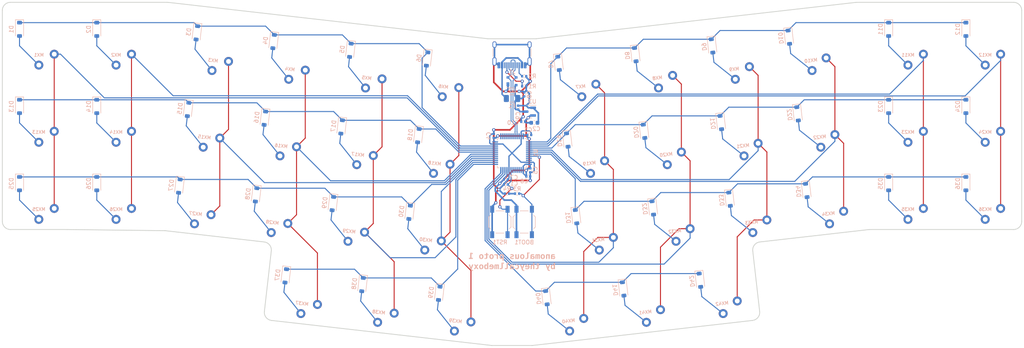
<source format=kicad_pcb>
(kicad_pcb (version 20240108) (generator "pcbnew") (generator_version "8.0")
  (layers (0 "F.Cu" signal) (31 "B.Cu" signal) (34 "B.Paste" user) (35 "F.Paste" user) (36 "B.SilkS" user "B.Silkscreen") (37 "F.SilkS" user "F.Silkscreen") (38 "B.Mask" user) (39 "F.Mask" user) (44 "Edge.Cuts" user))
  (net 0 "")
  (net 1 "+5V")
  (net 2 "GND")
  (net 3 "+3V3")
  (net 4 "NRST")
  (net 5 "VBUS")
  (net 6 "Net-(J1-CC1)")
  (net 8 "Net-(J1-CC2)")
  (net 10 "BOOT0")
  (net 11 "/C13")
  (net 12 "/C14")
  (net 13 "/C15")
  (net 14 "/F0")
  (net 15 "/F1")
  (net 16 "/B8")
  (net 17 "/B9")
  (net 18 "/A13")
  (net 19 "Net-(R3-Pad2)")
  (net 20 "D+")
  (net 21 "D-")
  (net 22 "Net-(D1-A)")
  (net 23 "row3")
  (net 24 "Net-(D2-A)")
  (net 25 "Net-(D3-A)")
  (net 26 "Net-(D4-A)")
  (net 27 "Net-(D5-A)")
  (net 28 "Net-(D6-A)")
  (net 29 "Net-(D7-A)")
  (net 30 "Net-(D8-A)")
  (net 31 "Net-(D9-A)")
  (net 32 "Net-(D10-A)")
  (net 33 "Net-(D11-A)")
  (net 34 "Net-(D12-A)")
  (net 35 "Net-(D13-A)")
  (net 36 "row2")
  (net 37 "Net-(D14-A)")
  (net 38 "Net-(D15-A)")
  (net 39 "Net-(D16-A)")
  (net 40 "Net-(D17-A)")
  (net 41 "Net-(D18-A)")
  (net 42 "Net-(D19-A)")
  (net 43 "Net-(D20-A)")
  (net 44 "Net-(D21-A)")
  (net 45 "Net-(D22-A)")
  (net 46 "Net-(D23-A)")
  (net 47 "Net-(D24-A)")
  (net 48 "row1")
  (net 49 "Net-(D25-A)")
  (net 50 "Net-(D26-A)")
  (net 51 "Net-(D27-A)")
  (net 52 "Net-(D28-A)")
  (net 53 "Net-(D29-A)")
  (net 54 "Net-(D30-A)")
  (net 55 "Net-(D31-A)")
  (net 56 "Net-(D32-A)")
  (net 57 "Net-(D33-A)")
  (net 58 "Net-(D34-A)")
  (net 59 "Net-(D35-A)")
  (net 60 "Net-(D36-A)")
  (net 61 "Net-(D37-A)")
  (net 62 "row0")
  (net 63 "Net-(D38-A)")
  (net 64 "Net-(D39-A)")
  (net 65 "Net-(D40-A)")
  (net 66 "Net-(D41-A)")
  (net 67 "Net-(D42-A)")
  (net 68 "col0")
  (net 69 "col1")
  (net 70 "col2")
  (net 71 "col3")
  (net 72 "col4")
  (net 73 "col5")
  (net 74 "col6")
  (net 75 "col7")
  (net 76 "col8")
  (net 77 "col9")
  (net 78 "col10")
  (net 79 "col11")
  (net 80 "row4")
  (net 81 "row5")
  (net 82 "row6")
  (net 83 "row7")
  (net 84 "/B12")
  (net 85 "/B13")
  (net 86 "/B14")
  (net 87 "/A9")
  (net 88 "/B15")
  (net 89 "/A8")
  (net 90 "/A10")
  (footprint "user:SW_Redragon_LowProfile_PCB_1.00u-naked" (layer "F.Cu") (at 52.02375 82.231251)
    (property "Reference" "MX14")
    (property "Value" "MX_SW_solder")
  )
  (footprint "user:SW_Redragon_LowProfile_PCB_1.00u-naked" (layer "F.Cu") (at 131.029936 89.962759 -6.5)
    (property "Reference" "MX18")
    (property "Value" "MX_SW_solder")
  )
  (footprint "user:SW_Redragon_LowProfile_PCB_1.00u-naked" (layer "F.Cu") (at 247.28625 101.281251)
    (property "Reference" "MX35")
    (property "Value" "MX_SW_solder")
  )
  (footprint "user:SW_Redragon_LowProfile_PCB_1.00u-naked" (layer "F.Cu") (at 128.873415 108.890303 -6.5)
    (property "Reference" "MX30")
    (property "Value" "MX_SW_solder")
  )
  (footprint "user:SW_Redragon_LowProfile_PCB_1.00u-naked" (layer "F.Cu") (at 189.36413 106.733782 6.5)
    (property "Reference" "MX32")
    (property "Value" "MX_SW_solder")
  )
  (footprint "user:SW_Redragon_LowProfile_PCB_1.00u-naked" (layer "F.Cu") (at 91.018327 104.57726 -6.5)
    (property "Reference" "MX28")
    (property "Value" "MX_SW_solder")
  )
  (footprint "user:SW_Redragon_LowProfile_PCB_1.00u-naked" (layer "F.Cu") (at 109.945871 106.733782 -6.5)
    (property "Reference" "MX29")
    (property "Value" "MX_SW_solder")
  )
  (footprint "user:SW_Redragon_LowProfile_PCB_1.00u-naked" (layer "F.Cu") (at 72.090783 102.420739 -6.5)
    (property "Reference" "MX27")
    (property "Value" "MX_SW_solder")
  )
  (footprint "user:SW_Redragon_LowProfile_PCB_1.00u-naked" (layer "F.Cu") (at 170.436586 108.890303 6.5)
    (property "Reference" "MX31")
    (property "Value" "MX_SW_solder")
  )
  (footprint "user:SW_Redragon_LowProfile_PCB_1.00u-naked" (layer "F.Cu") (at 32.97375 101.281251)
    (property "Reference" "MX25")
    (property "Value" "MX_SW_solder")
  )
  (footprint "user:SW_Redragon_LowProfile_PCB_1.00u-naked" (layer "F.Cu") (at 203.978632 66.722173 6.5)
    (property "Reference" "MX9")
    (property "Value" "MX_SW_solder")
  )
  (footprint "user:SW_Redragon_LowProfile_PCB_1.00u-naked" (layer "F.Cu") (at 52.02375 101.281251)
    (property "Reference" "MX26")
    (property "Value" "MX_SW_solder")
  )
  (footprint "user:SW_Redragon_LowProfile_PCB_1.00u-naked" (layer "F.Cu") (at 266.33625 63.181251)
    (property "Reference" "MX12")
    (property "Value" "MX_SW_solder")
  )
  (footprint "user:SW_Redragon_LowProfile_PCB_1.00u-naked" (layer "F.Cu") (at 52.02375 63.181251)
    (property "Reference" "MX2")
    (property "Value" "MX_SW_solder")
  )
  (footprint "user:SW_Redragon_LowProfile_PCB_1.00u-naked" (layer "F.Cu") (at 247.28625 82.231251)
    (property "Reference" "MX23")
    (property "Value" "MX_SW_solder")
  )
  (footprint "user:SW_Redragon_LowProfile_PCB_1.00u-naked" (layer "F.Cu") (at 95.331369 66.722173 -6.5)
    (property "Reference" "MX4")
    (property "Value" "MX_SW_solder")
  )
  (footprint "user:SW_Redragon_LowProfile_PCB_1.00u-naked" (layer "F.Cu") (at 187.207609 87.806238 6.5)
    (property "Reference" "MX20")
    (property "Value" "MX_SW_solder")
  )
  (footprint "user:SW_Redragon_LowProfile_PCB_1.00u-naked" (layer "F.Cu") (at 200.984423 124.583065 6.5)
    (property "Reference" "MX42")
    (property "Value" "MX_SW_solder")
  )
  (footprint "user:SW_Redragon_LowProfile_PCB_1.00u-naked" (layer "F.Cu") (at 247.28625 63.181251)
    (property "Reference" "MX11")
    (property "Value" "MX_SW_solder")
  )
  (footprint "user:SW_Redragon_LowProfile_PCB_1.00u-naked" (layer "F.Cu") (at 185.051088 68.878694 6.5)
    (property "Reference" "MX8")
    (property "Value" "MX_SW_solder")
  )
  (footprint "user:SW_Redragon_LowProfile_PCB_1.00u-naked" (layer "F.Cu") (at 74.247304 83.493195 -6.5)
    (property "Reference" "MX15")
    (property "Value" "MX_SW_solder")
  )
  (footprint "user:SW_Redragon_LowProfile_PCB_1.00u-naked" (layer "F.Cu") (at 206.135153 85.649717 6.5)
    (property "Reference" "MX21")
    (property "Value" "MX_SW_solder")
  )
  (footprint "user:SW_Redragon_LowProfile_PCB_1.00u-naked" (layer "F.Cu") (at 182.05688 126.739586 6.5)
    (property "Reference" "MX41")
    (property "Value" "MX_SW_solder")
  )
  (footprint "user:SW_Redragon_LowProfile_PCB_1.00u-naked" (layer "F.Cu") (at 32.97375 82.231251)
    (property "Reference" "MX13")
    (property "Value" "MX_SW_solder")
  )
  (footprint "user:SW_Redragon_LowProfile_PCB_1.00u-naked" (layer "F.Cu") (at 93.174848 85.649717 -6.5)
    (property "Reference" "MX16")
    (property "Value" "MX_SW_solder")
  )
  (footprint "user:SW_Redragon_LowProfile_PCB_1.00u-naked" (layer "F.Cu") (at 98.325578 124.583065 -6.5)
    (property "Reference" "MX37")
    (property "Value" "MX_SW_solder")
  )
  (footprint "user:SW_Redragon_LowProfile_PCB_1.00u-naked" (layer "F.Cu") (at 76.403825 64.565652 -6.5)
    (property "Reference" "MX3")
    (property "Value" "MX_SW_solder")
  )
  (footprint "user:SW_Redragon_LowProfile_PCB_1.00u-naked" (layer "F.Cu") (at 222.906175 64.565652 6.5)
    (property "Reference" "MX10")
    (property "Value" "MX_SW_solder")
  )
  (footprint "user:SW_Redragon_LowProfile_PCB_1.00u-naked" (layer "F.Cu") (at 266.33625 82.231251)
    (property "Reference" "MX24")
    (property "Value" "MX_SW_solder")
  )
  (footprint "user:SW_Redragon_LowProfile_PCB_1.00u-naked" (layer "F.Cu") (at 117.253121 126.739586 -6.5)
    (property "Reference" "MX38")
    (property "Value" "MX_SW_solder")
  )
  (footprint "user:SW_Redragon_LowProfile_PCB_1.00u-naked" (layer "F.Cu") (at 112.102392 87.806238 -6.5)
    (property "Reference" "MX17")
    (property "Value" "MX_SW_solder")
  )
  (footprint "user:SW_Redragon_LowProfile_PCB_1.00u-naked" (layer "F.Cu") (at 168.280065 89.962759 6.5)
    (property "Reference" "MX19")
    (property "Value" "MX_SW_solder")
  )
  (footprint "user:SW_Redragon_LowProfile_PCB_1.00u-naked" (layer "F.Cu") (at 227.219218 102.420739 6.5)
    (property "Reference" "MX34")
    (property "Value" "MX_SW_solder")
  )
  (footprint "user:SW_Redragon_LowProfile_PCB_1.00u-naked" (layer "F.Cu") (at 32.97375 63.181251)
    (property "Reference" "MX1")
    (property "Value" "MX_SW_solder")
  )
  (footprint "user:SW_Redragon_LowProfile_PCB_1.00u-naked" (layer "F.Cu") (at 225.062697 83.493195 6.5)
    (property "Reference" "MX22")
    (property "Value" "MX_SW_solder")
  )
  (footprint "user:SW_Redragon_LowProfile_PCB_1.00u-naked" (layer "F.Cu") (at 133.186457 71.035215 -6.5)
    (property "Reference" "MX6")
    (property "Value" "MX_SW_solder")
  )
  (footprint "user:SW_Redragon_LowProfile_PCB_1.00u-naked" (layer "F.Cu") (at 266.33625 101.281251)
    (property "Reference" "MX36")
    (property "Value" "MX_SW_solder")
  )
  (footprint "user:SW_Redragon_LowProfile_PCB_1.00u-naked" (layer "F.Cu") (at 208.291674 104.57726 6.5)
    (property "Reference" "MX33")
    (property "Value" "MX_SW_solder")
  )
  (footprint "user:SW_Redragon_LowProfile_PCB_1.00u-naked" (layer "F.Cu") (at 166.123544 71.035215 6.5)
    (property "Reference" "MX7")
    (property "Value" "MX_SW_solder")
  )
  (footprint "user:SW_Redragon_LowProfile_PCB_1.00u-naked" (layer "F.Cu") (at 136.180665 128.896107 -6.5)
    (property "Reference" "MX39")
    (property "Value" "MX_SW_solder")
  )
  (footprint "user:SW_Redragon_LowProfile_PCB_1.00u-naked" (layer "F.Cu") (at 163.129336 128.896107 6.5)
    (property "Reference" "MX40")
    (property "Value" "MX_SW_solder")
  )
  (footprint "user:SW_Redragon_LowProfile_PCB_1.00u-naked" (layer "F.Cu") (at 114.258913 68.878694 -6.5)
    (property "Reference" "MX5")
    (property "Value" "MX_SW_solder")
  )
  (footprint "Diode_SMD:D_SOD-123" (layer "B.Cu") (at 261.57375 79.895001 -90)
    (property "Reference" "D24")
    (property "Value" "D_Small")
  )
  (footprint "Capacitor_SMD:C_0402_1005Metric" (layer "B.Cu") (at 145.154998 87.17133 90)
    (property "Reference" "C4")
    (property "Value" "100nF")
  )
  (footprint "Package_QFP:LQFP-48_7x7mm_P0.5mm" (layer "B.Cu") (at 149.654998 91.42133 90)
    (property "Reference" "U1")
    (property "Value" "STM32F072CBT6")
  )
  (footprint "Diode_SMD:D_SOD-123" (layer "B.Cu") (at 242.52375 60.845001 -90)
    (property "Reference" "D11")
    (property "Value" "D_Small")
  )
  (footprint "Diode_SMD:D_SOD-123" (layer "B.Cu") (at 93.858163 121.722702 -96.5)
    (property "Reference" "D37")
    (property "Value" "D_Small")
  )
  (footprint "Diode_SMD:D_SOD-123" (layer "B.Cu") (at 86.550912 101.716897 -96.5)
    (property "Reference" "D28")
    (property "Value" "D_Small")
  )
  (footprint "Capacitor_SMD:C_0402_1005Metric" (layer "B.Cu") (at 153.904998 86.92133)
    (property "Reference" "C3")
    (property "Value" "100nF")
  )
  (footprint "Diode_SMD:D_SOD-123" (layer "B.Cu") (at 165.440229 107.108201 -83.5)
    (property "Reference" "D31")
    (property "Value" "D_Small")
  )
  (footprint "Diode_SMD:D_SOD-123" (layer "B.Cu") (at 182.211252 86.024136 -83.5)
    (property "Reference" "D20")
    (property "Value" "D_Small")
  )
  (footprint "Diode_SMD:D_SOD-123" (layer "B.Cu") (at 163.283708 88.180657 -83.5)
    (property "Reference" "D19")
    (property "Value" "D_Small")
  )
  (footprint "Button_Switch_SMD:SW_SPST_TL3342" (layer "B.Cu") (at 152.654998 108.42133 -90)
    (property "Reference" "BOOT1")
    (property "Value" "SW_SPST")
  )
  (footprint "Diode_SMD:D_SOD-123" (layer "B.Cu") (at 47.26125 98.945001 -90)
    (property "Reference" "D26")
    (property "Value" "D_Small")
  )
  (footprint "Diode_SMD:D_SOD-123" (layer "B.Cu") (at 69.779889 80.632832 -96.5)
    (property "Reference" "D15")
    (property "Value" "D_Small")
  )
  (footprint "Package_TO_SOT_SMD:SOT-143" (layer "B.Cu") (at 149.654998 73.67133)
    (property "Reference" "U2")
    (property "Value" "PRTR5V0U2X")
  )
  (footprint "Capacitor_SMD:C_0402_1005Metric" (layer "B.Cu") (at 154.154998 95.67133 -90)
    (property "Reference" "C5")
    (property "Value" "100nF")
  )
  (footprint "Diode_SMD:D_SOD-123" (layer "B.Cu") (at 177.060523 124.957484 -83.5)
    (property "Reference" "D41")
    (property "Value" "D_Small")
  )
  (footprint "Diode_SMD:D_SOD-123" (layer "B.Cu") (at 261.57375 60.845001 -90)
    (property "Reference" "D12")
    (property "Value" "D_Small")
  )
  (footprint "Diode_SMD:D_SOD-123" (layer "B.Cu") (at 128.719042 68.174852 -96.5)
    (property "Reference" "D6")
    (property "Value" "D_Small")
  )
  (footprint "Button_Switch_SMD:SW_SPST_TL3342" (layer "B.Cu") (at 146.654998 108.42133 90)
    (property "Reference" "RST1")
    (property "Value" "SW_SPST")
  )
  (footprint "Diode_SMD:D_SOD-123" (layer "B.Cu") (at 107.634977 84.945875 -96.5)
    (property "Reference" "D17")
    (property "Value" "D_Small")
  )
  (footprint "Diode_SMD:D_SOD-123" (layer "B.Cu") (at 217.909818 62.78355 -83.5)
    (property "Reference" "D10")
    (property "Value" "D_Small")
  )
  (footprint "Diode_SMD:D_SOD-123" (layer "B.Cu") (at 124.406 106.02994 -96.5)
    (property "Reference" "D30")
    (property "Value" "D_Small")
  )
  (footprint "Diode_SMD:D_SOD-123" (layer "B.Cu") (at 28.21125 60.845001 -90)
    (property "Reference" "D1")
    (property "Value" "D_Small")
  )
  (footprint "Diode_SMD:D_SOD-123" (layer "B.Cu") (at 28.21125 79.895001 -90)
    (property "Reference" "D13")
    (property "Value" "D_Small")
  )
  (footprint "Diode_SMD:D_SOD-123" (layer "B.Cu") (at 220.06634 81.711093 -83.5)
    (property "Reference" "D22")
    (property "Value" "D_Small")
  )
  (footprint "Diode_SMD:D_SOD-123" (layer "B.Cu") (at 28.21125 98.945001 -90)
    (property "Reference" "D25")
    (property "Value" "D_Small")
  )
  (footprint "Package_TO_SOT_SMD:SOT-23" (layer "B.Cu") (at 153.904998 81.17133 180)
    (property "Reference" "U3")
    (property "Value" "XC6206PxxxMR-Regulator_Linear")
  )
  (footprint "Diode_SMD:D_SOD-123" (layer "B.Cu") (at 158.132979 127.114005 -83.5)
    (property "Reference" "D40")
    (property "Value" "D_Small")
  )
  (footprint "Capacitor_SMD:C_0402_1005Metric" (layer "B.Cu") (at 153.654998 97.17133)
    (property "Reference" "C6")
    (property "Value" "100nF")
  )
  (footprint "Diode_SMD:D_SOD-123" (layer "B.Cu") (at 47.26125 79.895001 -90)
    (property "Reference" "D14")
    (property "Value" "D_Small")
  )
  (footprint "Diode_SMD:D_SOD-123" (layer "B.Cu") (at 88.707433 82.789354 -96.5)
    (property "Reference" "D16")
    (property "Value" "D_Small")
  )
  (footprint "Diode_SMD:D_SOD-123" (layer "B.Cu") (at 222.222861 100.638637 -83.5)
    (property "Reference" "D34")
    (property "Value" "D_Small")
  )
  (footprint "Diode_SMD:D_SOD-123" (layer "B.Cu") (at 184.367773 104.95168 -83.5)
    (property "Reference" "D32")
    (property "Value" "D_Small")
  )
  (footprint "Diode_SMD:D_SOD-123" (layer "B.Cu") (at 71.93641 61.705289 -96.5)
    (property "Reference" "D3")
    (property "Value" "D_Small")
  )
  (footprint "Diode_SMD:D_SOD-123" (layer "B.Cu") (at 47.26125 60.845001 -90)
    (property "Reference" "D2")
    (property "Value" "D_Small")
  )
  (footprint "Resistor_SMD:R_0402_1005Metric" (layer "B.Cu") (at 152.654998 74.92133 180)
    (property "Reference" "R1")
    (property "Value" "5.1k")
  )
  (footprint "Diode_SMD:D_SOD-123" (layer "B.Cu") (at 261.57375 98.945001 -90)
    (property "Reference" "D36")
    (property "Value" "D_Small")
  )
  (footprint "Capacitor_SMD:C_0402_1005Metric" (layer "B.Cu") (at 152.404998 83.67133 180)
    (property "Reference" "C10")
    (property "Value" "1uF")
  )
  (footprint "Diode_SMD:D_SOD-123" (layer "B.Cu") (at 242.52375 98.945001 -90)
    (property "Reference" "D35")
    (property "Value" "D_Small")
  )
  (footprint "Fuse:Fuse_1206_3216Metric" (layer "B.Cu") (at 149.654998 77.92133)
    (property "Reference" "F1")
    (property "Value" "500mA")
  )
  (footprint "Capacitor_SMD:C_0402_1005Metric" (layer "B.Cu") (at 151.154998 80.17133 90)
    (property "Reference" "C9")
    (property "Value" "1uF")
  )
  (footprint "Diode_SMD:D_SOD-123" (layer "B.Cu") (at 161.127187 69.253113 -83.5)
    (property "Reference" "D7")
    (property "Value" "D_Small")
  )
  (footprint "Capacitor_SMD:C_0402_1005Metric" (layer "B.Cu") (at 148.141575 99.157907 180)
    (property "Reference" "C1")
    (property "Value" "100nF")
  )
  (footprint "Resistor_SMD:R_0402_1005Metric" (layer "B.Cu") (at 148.404998 101.42133 180)
    (property "Reference" "R4")
    (property "Value" "5.1k")
  )
  (footprint "Diode_SMD:D_SOD-123" (layer "B.Cu") (at 198.982275 64.940071 -83.5)
    (property "Reference" "D9")
    (property "Value" "D_Small")
  )
  (footprint "Diode_SMD:D_SOD-123" (layer "B.Cu") (at 105.478456 103.873419 -96.5)
    (property "Reference" "D29")
    (property "Value" "D_Small")
  )
  (footprint "Diode_SMD:D_SOD-123" (layer "B.Cu") (at 90.863954 63.86181 -96.5)
    (property "Reference" "D4")
    (property "Value" "D_Small")
  )
  (footprint "Diode_SMD:D_SOD-123" (layer "B.Cu") (at 201.138796 83.867615 -83.5)
    (property "Reference" "D21")
    (property "Value" "D_Small")
  )
  (footprint "Diode_SMD:D_SOD-123" (layer "B.Cu") (at 203.295317 102.795158 -83.5)
    (property "Reference" "D33")
    (property "Value" "D_Small")
  )
  (footprint "Capacitor_SMD:C_0402_1005Metric" (layer "B.Cu") (at 148.141575 97.907907)
    (property "Reference" "C7")
    (property "Value" "100nF")
  )
  (footprint "Diode_SMD:D_SOD-123" (layer "B.Cu") (at 67.623368 99.560376 -96.5)
    (property "Reference" "D27")
    (property "Value" "D_Small")
  )
  (footprint "Resistor_SMD:R_0402_1005Metric" (layer "B.Cu") (at 152.654998 72.42133)
    (property "Reference" "R2")
    (property "Value" "5.1k")
  )
  (footprint "Diode_SMD:D_SOD-123" (layer "B.Cu") (at 112.785706 123.879223 -96.5)
    (property "Reference" "D38")
    (property "Value" "D_Small")
  )
  (footprint "Diode_SMD:D_SOD-123" (layer "B.Cu") (at 131.71325 126.035744 -96.5)
    (property "Reference" "D39")
    (property "Value" "D_Small")
  )
  (footprint "Diode_SMD:D_SOD-123" (layer "B.Cu") (at 242.52375 79.895001 -90)
    (property "Reference" "D23")
    (property "Value" "D_Small")
  )
  (footprint "PCM_marbastlib-various:USB_C_Receptacle_HRO_TYPE-C-31-M-12" (layer "B.Cu") (at 149.654998 65.67133)
    (property "Reference" "J1")
    (property "Value" "USB_C_Receptacle_USB2.0")
  )
  (footprint "Diode_SMD:D_SOD-123" (layer "B.Cu") (at 195.988066 122.800963 -83.5)
    (property "Reference" "D42")
    (property "Value" "D_Small")
  )
  (footprint "Resistor_SMD:R_0402_1005Metric" (layer "B.Cu") (at 150.904998 101.42133 180)
    (property "Reference" "R3")
    (property "Value" "5.1k")
  )
  (footprint "Diode_SMD:D_SOD-123" (layer "B.Cu") (at 109.791498 66.018331 -96.5)
    (property "Reference" "D5")
    (property "Value" "D_Small")
  )
  (footprint "Capacitor_SMD:C_0603_1608Metric" (layer "B.Cu") (at 155.154998 83.92133)
    (property "Reference" "C2")
    (property "Value" "10uF")
  )
  (footprint "Capacitor_SMD:C_0402_1005Metric" (layer "B.Cu") (at 152.654998 76.92133 90)
    (property "Reference" "C8")
    (property "Value" "100nF")
  )
  (footprint "Diode_SMD:D_SOD-123" (layer "B.Cu") (at 126.562521 87.102396 -96.5)
    (property "Reference" "D18")
    (property "Value" "D_Small")
  )
  (footprint "Diode_SMD:D_SOD-123" (layer "B.Cu") (at 180.054731 67.096592 -83.5)
    (property "Reference" "D8")
    (property "Value" "D_Small")
  )
  (gr_arc (start 237.618579 110.294109) (mid 237.73162 110.284469) (end 237.845025 110.281251) (stroke (width 0.2)) (layer "Edge.Cuts"))
  (gr_line (start 64.21788 110.581963) (end 88.53398 113.352433) (stroke (width 0.2)) (layer "Edge.Cuts"))
  (gr_line (start 90.294716 115.565982) (end 88.591008 130.51924) (stroke (width 0.2)) (layer "Edge.Cuts"))
  (gr_line (start 234.432991 54.194109) (end 155.753775 63.158474) (stroke (width 0.2)) (layer "Edge.Cuts"))
  (gr_arc (start 154.797216 138.903661) (mid 154.684212 138.913302) (end 154.570843 138.916515) (stroke (width 0.2)) (layer "Edge.Cuts"))
  (gr_arc (start 64.650565 54.181251) (mid 64.76397 54.184466) (end 64.877009 54.194109) (stroke (width 0.2)) (layer "Edge.Cuts"))
  (gr_arc (start 209.015284 115.565981) (mid 209.437224 114.094569) (end 210.776021 113.352433) (stroke (width 0.2)) (layer "Edge.Cuts"))
  (gr_line (start 237.845025 110.281251) (end 273.336251 110.281251) (stroke (width 0.2)) (layer "Edge.Cuts"))
  (gr_line (start 154.797216 138.903661) (end 208.958254 132.73279) (stroke (width 0.2)) (layer "Edge.Cuts"))
  (gr_line (start 64.650565 54.181251) (end 25.973749 54.181251) (stroke (width 0.2)) (layer "Edge.Cuts"))
  (gr_arc (start 234.432991 54.194109) (mid 234.546029 54.184469) (end 234.659432 54.181251) (stroke (width 0.2)) (layer "Edge.Cuts"))
  (gr_arc (start 25.973748 110.281251) (mid 24.559521 109.695479) (end 23.97375 108.281253) (stroke (width 0.2)) (layer "Edge.Cuts"))
  (gr_line (start 155.527366 63.17133) (end 143.782631 63.17133) (stroke (width 0.2)) (layer "Edge.Cuts"))
  (gr_arc (start 143.782631 63.17133) (mid 143.669245 63.168116) (end 143.556225 63.158474) (stroke (width 0.2)) (layer "Edge.Cuts"))
  (gr_line (start 144.739158 138.916515) (end 154.570843 138.916515) (stroke (width 0.2)) (layer "Edge.Cuts"))
  (gr_line (start 25.973748 110.281251) (end 39.97375 110.281251) (stroke (width 0.2)) (layer "Edge.Cuts"))
  (gr_arc (start 64.015367 110.569247) (mid 64.116785 110.573036) (end 64.21788 110.581963) (stroke (width 0.2)) (layer "Edge.Cuts"))
  (gr_line (start 39.97375 110.281251) (end 64.015367 110.569247) (stroke (width 0.2)) (layer "Edge.Cuts"))
  (gr_line (start 90.351747 132.73279) (end 144.512786 138.903661) (stroke (width 0.2)) (layer "Edge.Cuts"))
  (gr_arc (start 88.53398 113.352433) (mid 89.872817 114.094539) (end 90.294716 115.565982) (stroke (width 0.2)) (layer "Edge.Cuts"))
  (gr_line (start 143.556225 63.158474) (end 64.877009 54.194109) (stroke (width 0.2)) (layer "Edge.Cuts"))
  (gr_arc (start 273.336251 54.181251) (mid 274.750463 54.767037) (end 275.33625 56.18125) (stroke (width 0.2)) (layer "Edge.Cuts"))
  (gr_line (start 210.776021 113.352433) (end 237.618579 110.294109) (stroke (width 0.2)) (layer "Edge.Cuts"))
  (gr_arc (start 155.753775 63.158474) (mid 155.640753 63.16811) (end 155.527366 63.17133) (stroke (width 0.2)) (layer "Edge.Cuts"))
  (gr_line (start 273.336251 54.181251) (end 234.659432 54.181251) (stroke (width 0.2)) (layer "Edge.Cuts"))
  (gr_arc (start 144.739158 138.916515) (mid 144.62579 138.913296) (end 144.512786 138.903661) (stroke (width 0.2)) (layer "Edge.Cuts"))
  (gr_line (start 210.718992 130.51924) (end 209.015284 115.565981) (stroke (width 0.2)) (layer "Edge.Cuts"))
  (gr_line (start 23.97375 56.18125) (end 23.97375 108.281253) (stroke (width 0.2)) (layer "Edge.Cuts"))
  (gr_arc (start 90.351747 132.73279) (mid 89.012947 131.990665) (end 88.591008 130.51924) (stroke (width 0.2)) (layer "Edge.Cuts"))
  (gr_arc (start 210.718992 130.51924) (mid 210.297047 131.99066) (end 208.958254 132.73279) (stroke (width 0.2)) (layer "Edge.Cuts"))
  (gr_arc (start 275.33625 108.281252) (mid 274.750463 109.695464) (end 273.336251 110.281251) (stroke (width 0.2)) (layer "Edge.Cuts"))
  (gr_arc (start 23.97375 56.18125) (mid 24.559521 54.767022) (end 25.973749 54.181251) (stroke (width 0.2)) (layer "Edge.Cuts"))
  (gr_line (start 275.33625 108.281252) (end 275.33625 56.18125) (stroke (width 0.2)) (layer "Edge.Cuts"))
  (gr_text "anomalous proto 1\nby theycallmeboxy" (at 149.655002 120.32133 0) (layer "B.SilkS") (effects (font (size 1.5 1.5) (thickness 0.3) (bold yes)) (justify bottom mirror)))
  (segment (start 150.404998 80.42133) (end 150.404998 78.57133) (width 0.4) (layer "B.Cu") (net 1))
  (segment (start 150.404998 74.87133) (end 150.654998 74.62133) (width 0.4) (layer "B.Cu") (net 1))
  (segment (start 152.134998 77.92133) (end 152.654998 77.40133) (width 0.4) (layer "B.Cu") (net 1))
  (segment (start 152.967498 81.17133) (end 151.674998 81.17133) (width 0.4) (layer "B.Cu") (net 1))
  (segment (start 150.404998 77.27133) (end 150.404998 74.87133) (width 0.4) (layer "B.Cu") (net 1))
  (segment (start 151.054998 77.92133) (end 150.404998 77.27133) (width 0.4) (layer "B.Cu") (net 1))
  (segment (start 151.674998 81.17133) (end 151.154998 80.65133) (width 0.4) (layer "B.Cu") (net 1))
  (segment (start 150.404998 78.57133) (end 151.054998 77.92133) (width 0.4) (layer "B.Cu") (net 1))
  (segment (start 151.054998 77.92133) (end 152.134998 77.92133) (width 0.4) (layer "B.Cu") (net 1))
  (segment (start 151.154998 80.65133) (end 150.634998 80.65133) (width 0.4) (layer "B.Cu") (net 1))
  (segment (start 150.634998 80.65133) (end 150.404998 80.42133) (width 0.4) (layer "B.Cu") (net 1))
  (segment (start 146.391575 100.407907) (end 145.654998 101.144484) (width 0.4) (layer "F.Cu") (net 2))
  (segment (start 152.404998 76.67133) (end 151.904998 76.17133) (width 0.4) (layer "F.Cu") (net 2))
  (segment (start 145.654998 101.144484) (end 145.654998 103.67133) (width 0.4) (layer "F.Cu") (net 2))
  (segment (start 145.154998 85.67133) (end 145.154998 99.17133) (width 0.4) (layer "F.Cu") (net 2))
  (segment (start 151.404998 76.17133) (end 151.904998 76.17133) (width 0.4) (layer "F.Cu") (net 2))
  (segment (start 154.154998 73.92133) (end 151.904998 76.17133) (width 0.4) (layer "F.Cu") (net 2))
  (segment (start 145.154998 85.67133) (end 149.154998 85.67133) (width 0.4) (layer "F.Cu") (net 2))
  (segment (start 154.154998 73.67133) (end 154.154998 73.92133) (width 0.4) (layer "F.Cu") (net 2))
  (segment (start 148.628152 98.17133) (end 146.391575 100.407907) (width 0.4) (layer "F.Cu") (net 2))
  (segment (start 145.154998 68.98133) (end 145.154998 73.92133) (width 0.4) (layer "F.Cu") (net 2))
  (segment (start 152.404998 82.42133) (end 152.404998 76.67133) (width 0.4) (layer "F.Cu") (net 2))
  (segment (start 145.154998 73.92133) (end 147.404998 76.17133) (width 0.4) (layer "F.Cu") (net 2))
  (segment (start 154.154998 98.17133) (end 148.628152 98.17133) (width 0.4) (layer "F.Cu") (net 2))
  (segment (start 147.404998 76.17133) (end 148.154998 76.17133) (width 0.4) (layer "F.Cu") (net 2))
  (segment (start 145.154998 99.17133) (end 146.391575 100.407907) (width 0.4) (layer "F.Cu") (net 2))
  (segment (start 154.154998 73.67133) (end 154.154998 68.98133) (width 0.4) (layer "F.Cu") (net 2))
  (segment (start 148.154998 76.17133) (end 151.404998 76.17133) (width 0.4) (layer "F.Cu") (net 2))
  (segment (start 149.154998 85.67133) (end 152.404998 82.42133) (width 0.4) (layer "F.Cu") (net 2))
  (via (at 146.391575 100.407907) (size 0.8) (drill 0.4) (layers "F.Cu" "B.Cu") (net 2))
  (via (at 152.404998 82.42133) (size 0.8) (drill 0.4) (layers "F.Cu" "B.Cu") (net 2))
  (via (at 151.404998 76.17133) (size 0.8) (drill 0.4) (layers "F.Cu" "B.Cu") (net 2))
  (via (at 154.154998 73.67133) (size 0.8) (drill 0.4) (layers "F.Cu" "B.Cu") (net 2))
  (via (at 154.154998 98.17133) (size 0.8) (drill 0.4) (layers "F.Cu" "B.Cu") (net 2))
  (via (at 145.154998 85.67133) (size 0.8) (drill 0.4) (layers "F.Cu" "B.Cu") (net 2))
  (via (at 148.154998 76.17133) (size 0.8) (drill 0.4) (layers "F.Cu" "B.Cu") (net 2))
  (via (at 145.654998 103.67133) (size 0.8) (drill 0.4) (layers "F.Cu" "B.Cu") (net 2))
  (segment (start 153.974998 68.80133) (end 153.974998 64.62133) (width 0.4) (layer "B.Cu") (net 2))
  (segment (start 144.154998 87.17133) (end 144.634998 86.69133) (width 0.3) (layer "B.Cu") (net 2))
  (segment (start 154.384998 86.40133) (end 154.384998 86.92133) (width 0.3) (layer "B.Cu") (net 2))
  (segment (start 148.621575 98.025463) (end 148.621575 97.907907) (width 0.4) (layer "B.Cu") (net 2))
  (segment (start 148.904998 95.58383) (end 148.904998 97.624484) (width 0.3) (layer "B.Cu") (net 2))
  (segment (start 156.154998 81.53383) (end 154.842498 80.22133) (width 0.4) (layer "B.Cu") (net 2))
  (segment (start 154.134998 97.17133) (end 154.154998 98.17133) (width 0.4) (layer "B.Cu") (net 2))
  (segment (start 154.842498 80.22133) (end 153.684998 80.22133) (width 0.4) (layer "B.Cu") (net 2))
  (segment (start 148.904998 95.58383) (end 148.904998 92.17133) (width 0.3) (layer "B.Cu") (net 2))
  (segment (start 145.334998 64.62133) (end 145.334998 68.80133) (width 0.4) (layer "B.Cu") (net 2))
  (segment (start 148.904998 92.17133) (end 149.654998 91.42133) (width 0.3) (layer "B.Cu") (net 2))
  (segment (start 151.904998 87.25883) (end 151.904998 89.17133) (width 0.3) (layer "B.Cu") (net 2))
  (segment (start 153.164998 74.66133) (end 153.164998 74.92133) (width 0.4) (layer "B.Cu") (net 2))
  (segment (start 145.492498 89.17133) (end 147.404998 89.17133) (width 0.3) (layer "B.Cu") (net 2))
  (segment (start 154.154998 73.67133) (end 153.164998 72.68133) (width 0.4) (layer "B.Cu") (net 2))
  (segment (start 152.404998 82.42133) (end 151.924998 82.90133) (width 0.4) (layer "B.Cu") (net 2))
  (segment (start 153.817498 93.67133) (end 154.904998 93.67133) (width 0.3) (layer "B.Cu") (net 2))
  (segment (start 145.654998 103.67133) (end 144.754998 104.57133) (width 0.4) (layer "B.Cu") (net 2))
  (segment (start 153.684998 80.22133) (end 153.154998 79.69133) (width 0.4) (layer "B.Cu") (net 2))
  (segment (start 154.154998 96.15133) (end 154.154998 97.15133) (width 0.4) (layer "B.Cu") (net 2))
  (segment (start 148.154998 76.17133) (end 148.654998 75.67133) (width 0.4) (layer "B.Cu") (net 2))
  (segment (start 145.154998 86.69133) (end 145.154998 85.67133) (width 0.4) (layer "B.Cu") (net 2))
  (segment (start 155.154998 93.92133) (end 155.154998 95.67133) (width 0.3) (layer "B.Cu") (net 2))
  (segment (start 156.154998 83.69633) (end 156.154998 81.53383) (width 0.4) (layer "B.Cu") (net 2))
  (segment (start 149.654998 91.42133) (end 151.904998 93.67133) (width 0.3) (layer "B.Cu") (net 2))
  (segment (start 154.674998 96.15133) (end 154.154998 96.15133) (width 0.3) (layer "B.Cu") (net 2))
  (segment (start 148.904998 97.624484) (end 148.621575 97.907907) (width 0.3) (layer "B.Cu") (net 2))
  (segment (start 144.754998 104.57133) (end 144.754998 105.27133) (width 0.4) (layer "B.Cu") (net 2))
  (segment (start 152.904998 69.71633) (end 153.059998 69.71633) (width 0.4) (layer "B.Cu") (net 2))
  (segment (start 147.661575 99.157907) (end 147.661575 98.985463) (width 0.4) (layer "B.Cu") (net 2))
  (segment (start 144.754998 105.27133) (end 144.754998 111.57133) (width 0.4) (layer "B.Cu") (net 2))
  (segment (start 153.974998 64.62133) (end 145.334998 64.62133) (width 0.4) (layer "B.Cu") (net 2))
  (segment (start 151.904998 89.17133) (end 149.654998 91.42133) (width 0.3) (layer "B.Cu") (net 2))
  (segment (start 153.059998 69.71633) (end 153.974998 68.80133) (width 0.4) (layer "B.Cu") (net 2))
  (segment (start 151.404998 76.17133) (end 152.384998 76.17133) (width 0.4) (layer "B.Cu") (net 2))
  (segment (start 144.634998 86.69133) (end 145.154998 86.69133) (width 0.3) (layer "B.Cu") (net 2))
  (segment (start 147.641575 99.157907) (end 146.391575 100.407907) (width 0.4) (layer "B.Cu") (net 2))
  (segment (start 148.654998 75.67133) (end 148.654998 74.42133) (width 0.4) (layer "B.Cu") (net 2))
  (segment (start 147.404998 89.17133) (end 149.654998 91.42133) (width 0.3) (layer "B.Cu") (net 2))
  (segment (start 147.894998 101.42133) (end 147.404998 101.42133) (width 0.4) (layer "B.Cu") (net 2))
  (segment (start 144.154998 88.92133) (end 144.154998 87.17133) (width 0.3) (layer "B.Cu") (net 2))
  (segment (start 153.164998 75.93133) (end 153.904998 76.67133) (width 0.4) (layer "B.Cu") (net 2))
  (segment (start 153.904998 78.94133) (end 153.154998 79.69133) (width 0.4) (layer "B.Cu") (net 2))
  (segment (start 152.384998 76.17133) (end 152.654998 76.44133) (width 0.4) (layer "B.Cu") (net 2))
  (segment (start 153.164998 75.93133) (end 153.164998 74.92133) (width 0.4) (layer "B.Cu") (net 2))
  (segment (start 153.164998 72.68133) (end 153.164998 72.42133) (width 0.4) (layer "B.Cu") (net 2))
  (segment (start 145.334998 68.80133) (end 146.249998 69.71633) (width 0.4) (layer "B.Cu") (net 2))
  (segment (start 155.154998 95.67133) (end 154.674998 96.15133) (width 0.3) (layer "B.Cu") (net 2))
  (segment (start 146.249998 69.71633) (end 146.404998 69.71633) (width 0.4) (layer "B.Cu") (net 2))
  (segment (start 151.154998 79.69133) (end 153.154998 79.69133) (width 0.4) (layer "B.Cu") (net 2))
  (segment (start 154.904998 93.67133) (end 155.154998 93.92133) (width 0.3) (layer "B.Cu") (net 2))
  (segment (start 152.154998 85.92133) (end 153.904998 85.92133) (width 0.3) (layer "B.Cu") (net 2))
  (segment (start 145.492498 89.17133) (end 144.404998 89.17133) (width 0.3) (layer "B.Cu") (net 2))
  (segment (start 151.904998 86.17133) (end 152.154998 85.92133) (width 0.3) (layer "B.Cu") (net 2))
  (segment (start 153.904998 76.67133) (end 153.904998 78.94133) (width 0.4) (layer "B.Cu") (net 2))
  (segment (start 147.404998 101.42133) (end 146.391575 100.407907) (width 0.4) (layer "B.Cu") (net 2))
  (segment (start 154.154998 73.67133) (end 153.164998 74.66133) (width 0.4) (layer "B.Cu") (net 2))
  (segment (start 144.404998 89.17133) (end 144.154998 88.92133) (width 0.3) (layer "B.Cu") (net 2))
  (segment (start 151.904998 93.67133) (end 153.817498 93.67133) (width 0.3) (layer "B.Cu") (net 2))
  (segment (start 151.924998 82.90133) (end 151.924998 83.67133) (width 0.4) (layer "B.Cu") (net 2))
  (segment (start 153.904998 85.92133) (end 154.384998 86.40133) (width 0.3) (layer "B.Cu") (net 2))
  (segment (start 151.904998 87.25883) (end 151.904998 86.17133) (width 0.3) (layer "B.Cu") (net 2))
  (segment (start 147.661575 98.985463) (end 148.621575 98.025463) (width 0.4) (layer "B.Cu") (net 2))
  (segment (start 152.654998 76.44133) (end 153.164998 75.93133) (width 0.4) (layer "B.Cu") (net 2))
  (segment (start 153.904998 87.92133) (end 153.904998 94.92133) (width 0.4) (layer "F.Cu") (net 3))
  (segment (start 153.904998 87.92133) (end 153.154998 87.17133) (width 0.4) (layer "F.Cu") (net 3))
  (segment (start 153.904998 94.92133) (end 153.154998 95.67133) (width 0.4) (layer "F.Cu") (net 3))
  (segment (start 153.154998 87.17133) (end 152.404998 87.17133) (width 0.4) (layer "F.Cu") (net 3))
  (segment (start 146.641575 98.907907) (end 149.878152 95.67133) (width 0.4) (layer "F.Cu") (net 3))
  (segment (start 153.154998 83.17133) (end 153.154998 87.17133) (width 0.4) (layer "F.Cu") (net 3))
  (segment (start 149.878152 95.67133) (end 153.154998 95.67133) (width 0.4) (layer "F.Cu") (net 3))
  (segment (start 153.654998 82.67133) (end 153.154998 83.17133) (width 0.4) (layer "F.Cu") (net 3))
  (segment (start 146.154998 87.17133) (end 152.404998 87.17133) (width 0.4) (layer "F.Cu") (net 3))
  (via (at 146.641575 98.907907) (size 0.8) (drill 0.4) (layers "F.Cu" "B.Cu") (net 3))
  (via (at 153.904998 87.92133) (size 0.8) (drill 0.4) (layers "F.Cu" "B.Cu") (net 3))
  (via (at 146.154998 87.17133) (size 0.8) (drill 0.4) (layers "F.Cu" "B.Cu") (net 3))
  (via (at 153.154998 95.67133) (size 0.8) (drill 0.4) (layers "F.Cu" "B.Cu") (net 3))
  (via (at 153.654998 82.67133) (size 0.8) (drill 0.4) (layers "F.Cu" "B.Cu") (net 3))
  (segment (start 152.404998 87.25883) (end 152.742498 86.92133) (width 0.3) (layer "B.Cu") (net 3))
  (segment (start 153.174998 95.69133) (end 153.174998 97.17133) (width 0.4) (layer "B.Cu") (net 3))
  (segment (start 147.641575 97.907907) (end 146.641575 98.907907) (width 0.4) (layer "B.Cu") (net 3))
  (segment (start 153.904998 87.92133) (end 153.424998 87.44133) (width 0.4) (layer "B.Cu") (net 3))
  (segment (start 145.534075 100.015407) (end 146.641575 98.907907) (width 0.4) (layer "B.Cu") (net 3))
  (segment (start 154.842498 82.12133) (end 154.204998 82.12133) (width 0.4) (layer "B.Cu") (net 3))
  (segment (start 153.174998 97.17133) (end 152.404998 96.40133) (width 0.3) (layer "B.Cu") (net 3))
  (segment (start 153.634998 95.19133) (end 154.154998 95.19133) (width 0.4) (layer "B.Cu") (net 3))
  (segment (start 145.154998 87.65133) (end 145.674998 87.65133) (width 0.4) (layer "B.Cu") (net 3))
  (segment (start 152.404998 96.40133) (end 152.404998 95.58383) (width 0.3) (layer "B.Cu") (net 3))
  (segment (start 153.424998 87.44133) (end 153.424998 86.92133) (width 0.4) (layer "B.Cu") (net 3))
  (segment (start 152.742498 86.92133) (end 153.424998 86.92133) (width 0.3) (layer "B.Cu") (net 3))
  (segment (start 150.754998 105.27133) (end 150.754998 104.27133) (width 0.4) (layer "B.Cu") (net 3))
  (segment (start 150.754998 105.27133) (end 150.754998 111.57133) (width 0.4) (layer "B.Cu") (net 3))
  (segment (start 152.884998 83.44133) (end 152.884998 83.67133) (width 0.4) (layer "B.Cu") (net 3))
  (segment (start 154.204998 82.12133) (end 152.884998 83.44133) (width 0.4) (layer "B.Cu") (net 3))
  (segment (start 153.817498 94.17133) (end 152.904998 94.17133) (width 0.3) (layer "B.Cu") (net 3))
  (segment (start 153.134998 83.92133) (end 154.379998 83.92133) (width 0.4) (layer "B.Cu") (net 3))
  (segment (start 148.404998 96.92133) (end 147.661575 97.664753) (width 0.3) (layer "B.Cu") (net 3))
  (segment (start 152.904998 94.17133) (end 152.404998 94.67133) (width 0.3) (layer "B.Cu") (net 3))
  (segment (start 150.754998 104.27133) (end 149.504998 103.02133) (width 0.4) (layer "B.Cu") (net 3))
  (segment (start 153.154998 95.67133) (end 153.634998 95.19133) (width 0.4) (layer "B.Cu") (net 3))
  (segment (start 148.404998 95.58383) (end 148.404998 96.92133) (width 0.3) (layer "B.Cu") (net 3))
  (segment (start 149.504998 103.02133) (end 147.754998 103.02133) (width 0.4) (layer "B.Cu") (net 3))
  (segment (start 152.404998 94.67133) (end 152.404998 95.58383) (width 0.3) (layer "B.Cu") (net 3))
  (segment (start 145.534075 100.800407) (end 145.534075 100.015407) (width 0.4) (layer "B.Cu") (net 3))
  (segment (start 147.661575 97.664753) (end 147.661575 97.907907) (width 0.3) (layer "B.Cu") (net 3))
  (segment (start 154.204998 82.12133) (end 153.654998 82.67133) (width 0.4) (layer "B.Cu") (net 3))
  (segment (start 153.154998 95.67133) (end 153.174998 95.69133) (width 0.4) (layer "B.Cu") (net 3))
  (segment (start 147.754998 103.02133) (end 145.534075 100.800407) (width 0.4) (layer "B.Cu") (net 3))
  (segment (start 145.154998 88.33383) (end 145.154998 87.65133) (width 0.3) (layer "B.Cu") (net 3))
  (segment (start 145.674998 87.65133) (end 146.154998 87.17133) (width 0.4) (layer "B.Cu") (net 3))
  (segment (start 145.492498 88.67133) (end 145.154998 88.33383) (width 0.3) (layer "B.Cu") (net 3))
  (segment (start 154.154998 94.50883) (end 153.817498 94.17133) (width 0.3) (layer "B.Cu") (net 3))
  (segment (start 154.154998 95.19133) (end 154.154998 94.50883) (width 0.3) (layer "B.Cu") (net 3))
  (segment (start 146.654998 103.07133) (end 149.604998 100.12133) (width 0.25) (layer "F.Cu") (net 4))
  (segment (start 146.654998 104.67133) (end 146.654998 103.07133) (width 0.25) (layer "F.Cu") (net 4))
  (via (at 146.654998 104.67133) (size 0.8) (drill 0.4) (layers "F.Cu" "B.Cu") (net 4))
  (via (at 149.604998 100.12133) (size 0.8) (drill 0.4) (layers "F.Cu" "B.Cu") (net 4))
  (segment (start 148.554998 105.27133) (end 148.554998 111.57133) (width 0.25) (layer "B.Cu") (net 4))
  (segment (start 148.554998 105.27133) (end 147.254998 105.27133) (width 0.25) (layer "B.Cu") (net 4))
  (segment (start 149.404998 98.374484) (end 148.621575 99.157907) (width 0.25) (layer "B.Cu") (net 4))
  (segment (start 147.254998 105.27133) (end 146.654998 104.67133) (width 0.25) (layer "B.Cu") (net 4))
  (segment (start 149.404998 95.58383) (end 149.404998 98.374484) (width 0.25) (layer "B.Cu") (net 4))
  (segment (start 148.621575 99.157907) (end 149.584998 100.12133) (width 0.25) (layer "B.Cu") (net 4))
  (segment (start 149.584998 100.12133) (end 149.604998 100.12133) (width 0.25) (layer "B.Cu") (net 4))
  (segment (start 151.103165 67.92133) (end 148.211014 67.92133) (width 0.4) (layer "B.Cu") (net 5))
  (segment (start 147.204998 76.87133) (end 148.254998 77.92133) (width 0.35) (layer "B.Cu") (net 5))
  (segment (start 152.104998 69.71633) (end 152.104998 68.927346) (width 0.4) (layer "B.Cu") (net 5))
  (segment (start 151.103165 67.925513) (end 151.103165 67.92133) (width 0.4) (layer "B.Cu") (net 5))
  (segment (start 147.204998 69.71633) (end 147.204998 76.87133) (width 0.35) (layer "B.Cu") (net 5))
  (segment (start 152.104998 68.927346) (end 151.103165 67.925513) (width 0.4) (layer "B.Cu") (net 5))
  (segment (start 147.204998 68.927346) (end 147.204998 69.71633) (width 0.4) (layer "B.Cu") (net 5))
  (segment (start 148.211014 67.92133) (end 147.204998 68.927346) (width 0.4) (layer "B.Cu") (net 5))
  (segment (start 152.154998 73.67133) (end 150.654998 73.67133) (width 0.25) (layer "F.Cu") (net 6))
  (segment (start 150.654998 73.67133) (end 148.404998 71.42133) (width 0.25) (layer "F.Cu") (net 6))
  (via (at 152.154998 73.67133) (size 0.8) (drill 0.4) (layers "F.Cu" "B.Cu") (net 6))
  (via (at 148.404998 71.42133) (size 0.8) (drill 0.4) (layers "F.Cu" "B.Cu") (net 6))
  (segment (start 152.144998 74.92133) (end 152.144998 73.68133) (width 0.25) (layer "B.Cu") (net 6))
  (segment (start 152.144998 73.68133) (end 152.154998 73.67133) (width 0.25) (layer "B.Cu") (net 6))
  (segment (start 148.404998 71.42133) (end 148.404998 69.71633) (width 0.25) (layer "B.Cu") (net 6))
  (segment (start 151.404998 69.71633) (end 151.404998 71.68133) (width 0.25) (layer "B.Cu") (net 8))
  (segment (start 151.404998 71.68133) (end 152.144998 72.42133) (width 0.25) (layer "B.Cu") (net 8))
  (segment (start 156.404998 97.92133) (end 152.404998 101.92133) (width 0.25) (layer "F.Cu") (net 10))
  (segment (start 156.404998 92.42133) (end 156.404998 97.92133) (width 0.25) (layer "F.Cu") (net 10))
  (via (at 156.404998 92.42133) (size 0.8) (drill 0.4) (layers "F.Cu" "B.Cu") (net 10))
  (via (at 152.404998 101.92133) (size 0.8) (drill 0.4) (layers "F.Cu" "B.Cu") (net 10))
  (segment (start 153.817498 92.17133) (end 156.154998 92.17133) (width 0.25) (layer "B.Cu") (net 10))
  (segment (start 154.554998 104.07133) (end 152.404998 101.92133) (width 0.25) (layer "B.Cu") (net 10))
  (segment (start 154.554998 105.27133) (end 154.554998 111.57133) (width 0.25) (layer "B.Cu") (net 10))
  (segment (start 154.554998 105.27133) (end 154.554998 104.07133) (width 0.25) (layer "B.Cu") (net 10))
  (segment (start 152.404998 101.92133) (end 151.904998 101.42133) (width 0.25) (layer "B.Cu") (net 10))
  (segment (start 151.904998 101.42133) (end 151.414998 101.42133) (width 0.25) (layer "B.Cu") (net 10))
  (segment (start 156.154998 92.17133) (end 156.404998 92.42133) (width 0.25) (layer "B.Cu") (net 10))
  (segment (start 148.914998 101.42133) (end 150.394998 101.42133) (width 0.4) (layer "B.Cu") (net 19))
  (segment (start 150.154998 68.42133) (end 149.654998 68.42133) (width 0.2) (layer "B.Cu") (net 20))
  (segment (start 149.654998 68.42133) (end 149.404998 68.67133) (width 0.2) (layer "B.Cu") (net 20))
  (segment (start 150.879998 84.23493) (end 150.879998 86.127579) (width 0.2) (layer "B.Cu") (net 20))
  (segment (start 149.904998 71.42133) (end 149.904998 71.97133) (width 0.2) (layer "B.Cu") (net 20))
  (segment (start 149.404998 68.67133) (end 149.404998 69.71633) (width 0.2) (layer "B.Cu") (net 20))
  (segment (start 150.404998 68.67133) (end 150.154998 68.42133) (width 0.2) (layer "B.Cu") (net 20))
  (segment (start 150.654998 72.77133) (end 149.879998 73.54633) (width 0.2) (layer "B.Cu") (net 20))
  (segment (start 149.904998 71.97133) (end 150.654998 72.72133) (width 0.2) (layer "B.Cu") (net 20))
  (segment (start 150.879998 86.127579) (end 150.904998 86.152579) (width 0.2) (layer "B.Cu") (net 20))
  (segment (start 149.879998 83.23493) (end 150.879998 84.23493) (width 0.2) (layer "B.Cu") (net 20))
  (segment (start 150.404998 69.71633) (end 150.404998 68.67133) (width 0.2) (layer "B.Cu") (net 20))
  (segment (start 149.879998 73.54633) (end 149.879998 83.23493) (width 0.2) (layer "B.Cu") (net 20))
  (segment (start 150.404998 70.92133) (end 149.904998 71.42133) (width 0.2) (layer "B.Cu") (net 20))
  (segment (start 150.404998 69.71633) (end 150.404998 70.92133) (width 0.2) (layer "B.Cu") (net 20))
  (segment (start 150.904998 86.152579) (end 150.904998 87.25883) (width 0.2) (layer "B.Cu") (net 20))
  (segment (start 149.404998 71.97133) (end 149.404998 70.92133) (width 0.2) (layer "B.Cu") (net 21))
  (segment (start 149.154998 70.92133) (end 148.904998 70.67133) (width 0.2) (layer "B.Cu") (net 21))
  (segment (start 150.429998 84.42133) (end 150.429998 86.127579) (width 0.2) (layer "B.Cu") (net 21))
  (segment (start 148.654998 72.72133) (end 149.404998 71.97133) (width 0.2) (layer "B.Cu") (net 21))
  (segment (start 150.429998 86.127579) (end 150.404998 86.152579) (width 0.2) (layer "B.Cu") (net 21))
  (segment (start 149.429998 83.42133) (end 150.429998 84.42133) (width 0.2) (layer "B.Cu") (net 21))
  (segment (start 148.654998 72.77133) (end 149.429998 73.54633) (width 0.2) (layer "B.Cu") (net 21))
  (segment (start 149.429998 83.42133) (end 149.429998 73.54633) (width 0.2) (layer "B.Cu") (net 21))
  (segment (start 148.904998 70.67133) (end 148.904998 69.71633) (width 0.2) (layer "B.Cu") (net 21))
  (segment (start 149.904998 69.71633) (end 149.904998 70.67133) (width 0.2) (layer "B.Cu") (net 21))
  (segment (start 150.404998 86.152579) (end 150.404998 87.25883) (width 0.2) (layer "B.Cu") (net 21))
  (segment (start 149.904998 70.67133) (end 149.654998 70.92133) (width 0.2) (layer "B.Cu") (net 21))
  (segment (start 149.404998 70.92133) (end 149.154998 70.92133) (width 0.2) (layer "B.Cu") (net 21))
  (segment (start 149.654998 70.92133) (end 149.404998 70.92133) (width 0.2) (layer "B.Cu") (net 21))
  (segment (start 28.21125 64.918751) (end 28.21125 62.495001) (width 0.25) (layer "B.Cu") (net 22))
  (segment (start 32.97375 69.681251) (end 28.21125 64.918751) (width 0.25) (layer "B.Cu") (net 22))
  (segment (start 112.972491 122.239829) (end 129.743514 122.239829) (width 0.25) (layer "B.Cu") (net 23))
  (segment (start 94.044948 120.083308) (end 110.81597 120.083308) (width 0.25) (layer "B.Cu") (net 23))
  (segment (start 129.743514 122.239829) (end 131.900035 124.39635) (width 0.25) (layer "B.Cu") (net 23))
  (segment (start 131.900035 124.39635) (end 136.254998 120.041387) (width 0.25) (layer "B.Cu") (net 23))
  (segment (start 136.254998 120.041387) (end 136.254998 98.12831) (width 0.25) (layer "B.Cu") (net 23))
  (segment (start 140.211978 94.17133) (end 145.492498 94.17133) (width 0.25) (layer "B.Cu") (net 23))
  (segment (start 136.254998 98.12831) (end 140.211978 94.17133) (width 0.25) (layer "B.Cu") (net 23))
  (segment (start 110.81597 120.083308) (end 112.972491 122.239829) (width 0.25) (layer "B.Cu") (net 23))
  (segment (start 52.02375 69.681251) (end 47.26125 64.918751) (width 0.25) (layer "B.Cu") (net 24))
  (segment (start 47.26125 64.918751) (end 47.26125 62.495001) (width 0.25) (layer "B.Cu") (net 24))
  (segment (start 71.475248 65.752853) (end 71.749625 63.344683) (width 0.25) (layer "B.Cu") (net 25))
  (segment (start 75.668004 71.023869) (end 71.475248 65.752853) (width 0.25) (layer "B.Cu") (net 25))
  (segment (start 90.402792 67.909374) (end 90.677169 65.501204) (width 0.25) (layer "B.Cu") (net 26))
  (segment (start 94.595548 73.18039) (end 90.402792 67.909374) (width 0.25) (layer "B.Cu") (net 26))
  (segment (start 109.330336 70.065895) (end 109.604713 67.657725) (width 0.25) (layer "B.Cu") (net 27))
  (segment (start 113.523092 75.336911) (end 109.330336 70.065895) (width 0.25) (layer "B.Cu") (net 27))
  (segment (start 128.25788 72.222416) (end 128.532257 69.814246) (width 0.25) (layer "B.Cu") (net 28))
  (segment (start 132.450636 77.493432) (end 128.25788 72.222416) (width 0.25) (layer "B.Cu") (net 28))
  (segment (start 166.859365 77.493432) (end 161.588349 73.300676) (width 0.25) (layer "B.Cu") (net 29))
  (segment (start 161.588349 73.300676) (end 161.313972 70.892507) (width 0.25) (layer "B.Cu") (net 29))
  (segment (start 185.786909 75.336911) (end 180.515893 71.144155) (width 0.25) (layer "B.Cu") (net 30))
  (segment (start 180.515893 71.144155) (end 180.241516 68.735986) (width 0.25) (layer "B.Cu") (net 30))
  (segment (start 204.714453 73.18039) (end 199.443437 68.987634) (width 0.25) (layer "B.Cu") (net 31))
  (segment (start 199.443437 68.987634) (end 199.16906 66.579465) (width 0.25) (layer "B.Cu") (net 31))
  (segment (start 218.37098 66.831113) (end 218.096603 64.422944) (width 0.25) (layer "B.Cu") (net 32))
  (segment (start 223.641996 71.023869) (end 218.37098 66.831113) (width 0.25) (layer "B.Cu") (net 32))
  (segment (start 242.52375 64.918751) (end 242.52375 62.495001) (width 0.25) (layer "B.Cu") (net 33))
  (segment (start 247.28625 69.681251) (end 242.52375 64.918751) (width 0.25) (layer "B.Cu") (net 33))
  (segment (start 266.33625 69.681251) (end 261.57375 64.918751) (width 0.25) (layer "B.Cu") (net 34))
  (segment (start 261.57375 64.918751) (end 261.57375 62.495001) (width 0.25) (layer "B.Cu") (net 34))
  (segment (start 32.97375 88.731251) (end 28.21125 83.968751) (width 0.25) (layer "B.Cu") (net 35))
  (segment (start 28.21125 83.968751) (end 28.21125 81.545001) (width 0.25) (layer "B.Cu") (net 35))
  (segment (start 67.810153 97.920982) (end 84.581176 97.920982) (width 0.25) (layer "B.Cu") (net 36))
  (segment (start 103.508719 100.077503) (end 105.665241 102.234025) (width 0.25) (layer "B.Cu") (net 36))
  (segment (start 86.737697 100.077503) (end 103.508719 100.077503) (width 0.25) (layer "B.Cu") (net 36))
  (segment (start 47.26125 97.295001) (end 67.184172 97.295001) (width 0.25) (layer "B.Cu") (net 36))
  (segment (start 139.80279 92.67133) (end 145.492498 92.67133) (width 0.25) (layer "B.Cu") (net 36))
  (segment (start 122.436264 102.234025) (end 124.592785 104.390546) (width 0.25) (layer "B.Cu") (net 36))
  (segment (start 67.184172 97.295001) (end 67.810153 97.920982) (width 0.25) (layer "B.Cu") (net 36))
  (segment (start 124.592785 104.390546) (end 129.837001 99.14633) (width 0.25) (layer "B.Cu") (net 36))
  (segment (start 28.21125 97.295001) (end 47.26125 97.295001) (width 0.25) (layer "B.Cu") (net 36))
  (segment (start 129.837001 99.14633) (end 133.32779 99.14633) (width 0.25) (layer "B.Cu") (net 36))
  (segment (start 84.581176 97.920982) (end 86.737697 100.077503) (width 0.25) (layer "B.Cu") (net 36))
  (segment (start 133.32779 99.14633) (end 139.80279 92.67133) (width 0.25) (layer "B.Cu") (net 36))
  (segment (start 105.665241 102.234025) (end 122.436264 102.234025) (width 0.25) (layer "B.Cu") (net 36))
  (segment (start 52.02375 88.731251) (end 47.26125 83.968751) (width 0.25) (layer "B.Cu") (net 37))
  (segment (start 47.26125 83.968751) (end 47.26125 81.545001) (width 0.25) (layer "B.Cu") (net 37))
  (segment (start 73.511483 89.951412) (end 69.318727 84.680396) (width 0.25) (layer "B.Cu") (net 38))
  (segment (start 69.318727 84.680396) (end 69.593104 82.272226) (width 0.25) (layer "B.Cu") (net 38))
  (segment (start 92.439027 92.107934) (end 88.246271 86.836918) (width 0.25) (layer "B.Cu") (net 39))
  (segment (start 88.246271 86.836918) (end 88.520648 84.428748) (width 0.25) (layer "B.Cu") (net 39))
  (segment (start 111.366571 94.264455) (end 107.173815 88.993439) (width 0.25) (layer "B.Cu") (net 40))
  (segment (start 107.173815 88.993439) (end 107.448192 86.585269) (width 0.25) (layer "B.Cu") (net 40))
  (segment (start 130.294115 96.420976) (end 126.101359 91.14996) (width 0.25) (layer "B.Cu") (net 41))
  (segment (start 126.101359 91.14996) (end 126.375736 88.74179) (width 0.25) (layer "B.Cu") (net 41))
  (segment (start 163.74487 92.22822) (end 163.470493 89.820051) (width 0.25) (layer "B.Cu") (net 42))
  (segment (start 169.015886 96.420976) (end 163.74487 92.22822) (width 0.25) (layer "B.Cu") (net 42))
  (segment (start 182.672414 90.071699) (end 182.398037 87.66353) (width 0.25) (layer "B.Cu") (net 43))
  (segment (start 187.94343 94.264455) (end 182.672414 90.071699) (width 0.25) (layer "B.Cu") (net 43))
  (segment (start 206.870974 92.107934) (end 201.599958 87.915178) (width 0.25) (layer "B.Cu") (net 44))
  (segment (start 201.599958 87.915178) (end 201.325581 85.507009) (width 0.25) (layer "B.Cu") (net 44))
  (segment (start 225.798518 89.951412) (end 220.527502 85.758656) (width 0.25) (layer "B.Cu") (net 45))
  (segment (start 220.527502 85.758656) (end 220.253125 83.350487) (width 0.25) (layer "B.Cu") (net 45))
  (segment (start 242.52375 83.968751) (end 242.52375 81.545001) (width 0.25) (layer "B.Cu") (net 46))
  (segment (start 247.28625 88.731251) (end 242.52375 83.968751) (width 0.25) (layer "B.Cu") (net 46))
  (segment (start 266.33625 88.731251) (end 261.57375 83.968751) (width 0.25) (layer "B.Cu") (net 47))
  (segment (start 261.57375 83.968751) (end 261.57375 81.545001) (width 0.25) (layer "B.Cu") (net 47))
  (segment (start 107.821762 83.306481) (end 124.592785 83.306481) (width 0.25) (layer "B.Cu") (net 48))
  (segment (start 105.665241 81.14996) (end 107.821762 83.306481) (width 0.25) (layer "B.Cu") (net 48))
  (segment (start 136.554998 91.17133) (end 145.492498 91.17133) (width 0.25) (layer "B.Cu") (net 48))
  (segment (start 28.21125 78.245001) (end 47.26125 78.245001) (width 0.25) (layer "B.Cu") (net 48))
  (segment (start 86.737696 78.993438) (end 88.894218 81.14996) (width 0.25) (layer "B.Cu") (net 48))
  (segment (start 88.894218 81.14996) (end 105.665241 81.14996) (width 0.25) (layer "B.Cu") (net 48))
  (segment (start 130.84667 85.463002) (end 136.554998 91.17133) (width 0.25) (layer "B.Cu") (net 48))
  (segment (start 126.749306 85.463002) (end 130.84667 85.463002) (width 0.25) (layer "B.Cu") (net 48))
  (segment (start 69.966674 78.993438) (end 86.737696 78.993438) (width 0.25) (layer "B.Cu") (net 48))
  (segment (start 47.26125 78.245001) (end 69.218237 78.245001) (width 0.25) (layer "B.Cu") (net 48))
  (segment (start 69.218237 78.245001) (end 69.966674 78.993438) (width 0.25) (layer "B.Cu") (net 48))
  (segment (start 124.592785 83.306481) (end 126.749306 85.463002) (width 0.25) (layer "B.Cu") (net 48))
  (segment (start 32.97375 107.781251) (end 28.21125 103.018751) (width 0.25) (layer "B.Cu") (net 49))
  (segment (start 28.21125 103.018751) (end 28.21125 100.595001) (width 0.25) (layer "B.Cu") (net 49))
  (segment (start 52.02375 107.781251) (end 47.26125 103.018751) (width 0.25) (layer "B.Cu") (net 50))
  (segment (start 47.26125 103.018751) (end 47.26125 100.595001) (width 0.25) (layer "B.Cu") (net 50))
  (segment (start 71.354962 108.878956) (end 67.162206 103.60794) (width 0.25) (layer "B.Cu") (net 51))
  (segment (start 67.162206 103.60794) (end 67.436583 101.19977) (width 0.25) (layer "B.Cu") (net 51))
  (segment (start 90.282506 111.035477) (end 86.08975 105.764461) (width 0.25) (layer "B.Cu") (net 52))
  (segment (start 86.08975 105.764461) (end 86.364127 103.356291) (width 0.25) (layer "B.Cu") (net 52))
  (segment (start 105.017294 107.920983) (end 105.291671 105.512813) (width 0.25) (layer "B.Cu") (net 53))
  (segment (start 109.21005 113.191999) (end 105.017294 107.920983) (width 0.25) (layer "B.Cu") (net 53))
  (segment (start 128.137594 115.34852) (end 123.944838 110.077504) (width 0.25) (layer "B.Cu") (net 54))
  (segment (start 123.944838 110.077504) (end 124.219215 107.669334) (width 0.25) (layer "B.Cu") (net 54))
  (segment (start 171.172407 115.34852) (end 165.901391 111.155764) (width 0.25) (layer "B.Cu") (net 55))
  (segment (start 165.901391 111.155764) (end 165.627014 108.747595) (width 0.25) (layer "B.Cu") (net 55))
  (segment (start 184.828935 108.999243) (end 184.554558 106.591074) (width 0.25) (layer "B.Cu") (net 56))
  (segment (start 190.099951 113.191999) (end 184.828935 108.999243) (width 0.25) (layer "B.Cu") (net 56))
  (segment (start 203.756479 106.842721) (end 203.482102 104.434552) (width 0.25) (layer "B.Cu") (net 57))
  (segment (start 209.027495 111.035477) (end 203.756479 106.842721) (width 0.25) (layer "B.Cu") (net 57))
  (segment (start 227.955039 108.878956) (end 222.684023 104.6862) (width 0.25) (layer "B.Cu") (net 58))
  (segment (start 222.684023 104.6862) (end 222.409646 102.278031) (width 0.25) (layer "B.Cu") (net 58))
  (segment (start 242.52375 103.018751) (end 242.52375 100.595001) (width 0.25) (layer "B.Cu") (net 59))
  (segment (start 247.28625 107.781251) (end 242.52375 103.018751) (width 0.25) (layer "B.Cu") (net 59))
  (segment (start 266.33625 107.781251) (end 261.57375 103.018751) (width 0.25) (layer "B.Cu") (net 60))
  (segment (start 261.57375 103.018751) (end 261.57375 100.595001) (width 0.25) (layer "B.Cu") (net 60))
  (segment (start 93.397001 125.770266) (end 93.671378 123.362096) (width 0.25) (layer "B.Cu") (net 61))
  (segment (start 97.589757 131.041282) (end 93.397001 125.770266) (width 0.25) (layer "B.Cu") (net 61))
  (segment (start 128.905827 66.535458) (end 127.479998 67.961287) (width 0.25) (layer "B.Cu") (net 62))
  (segment (start 72.123195 60.065895) (end 88.894218 60.065895) (width 0.25) (layer "B.Cu") (net 62))
  (segment (start 91.050739 62.222416) (end 107.821762 62.222416) (width 0.25) (layer "B.Cu") (net 62))
  (segment (start 71.252301 59.195001) (end 72.123195 60.065895) (width 0.25) (layer "B.Cu") (net 62))
  (segment (start 127.479998 80.187142) (end 136.964186 89.67133) (width 0.25) (layer "B.Cu") (net 62))
  (segment (start 109.978283 64.378937) (end 126.749306 64.378937) (width 0.25) (layer "B.Cu") (net 62))
  (segment (start 107.821762 62.222416) (end 109.978283 64.378937) (width 0.25) (layer "B.Cu") (net 62))
  (segment (start 47.26125 59.195001) (end 71.252301 59.195001) (width 0.25) (layer "B.Cu") (net 62))
  (segment (start 28.21125 59.195001) (end 47.26125 59.195001) (width 0.25) (layer "B.Cu") (net 62))
  (segment (start 88.894218 60.065895) (end 91.050739 62.222416) (width 0.25) (layer "B.Cu") (net 62))
  (segment (start 127.479998 67.961287) (end 127.479998 80.187142) (width 0.25) (layer "B.Cu") (net 62))
  (segment (start 126.749306 64.378937) (end 128.905827 66.535458) (width 0.25) (layer "B.Cu") (net 62))
  (segment (start 136.964186 89.67133) (end 145.492498 89.67133) (width 0.25) (layer "B.Cu") (net 62))
  (segment (start 116.5173 133.197803) (end 112.324544 127.926787) (width 0.25) (layer "B.Cu") (net 63))
  (segment (start 112.324544 127.926787) (end 112.598921 125.518617) (width 0.25) (layer "B.Cu") (net 63))
  (segment (start 135.444844 135.354324) (end 131.252088 130.083308) (width 0.25) (layer "B.Cu") (net 64))
  (segment (start 131.252088 130.083308) (end 131.526465 127.675138) (width 0.25) (layer "B.Cu") (net 64))
  (segment (start 163.865157 135.354324) (end 158.594141 131.161568) (width 0.25) (layer "B.Cu") (net 65))
  (segment (start 158.594141 131.161568) (end 158.319764 128.753399) (width 0.25) (layer "B.Cu") (net 65))
  (segment (start 177.521685 129.005047) (end 177.247308 126.596878) (width 0.25) (layer "B.Cu") (net 66))
  (segment (start 182.792701 133.197803) (end 177.521685 129.005047) (width 0.25) (layer "B.Cu") (net 66))
  (segment (start 201.720244 131.041282) (end 196.449228 126.848526) (width 0.25) (layer "B.Cu") (net 67))
  (segment (start 196.449228 126.848526) (end 196.174851 124.440357) (width 0.25) (layer "B.Cu") (net 67))
  (segment (start 36.77375 105.081251) (end 36.77375 86.031251) (width 0.25) (layer "F.Cu") (net 68))
  (segment (start 36.77375 86.031251) (end 36.77375 66.981251) (width 0.25) (layer "F.Cu") (net 68))
  (segment (start 49.119463 77.77133) (end 123.791394 77.77133) (width 0.25) (layer "B.Cu") (net 68))
  (segment (start 136.691394 90.67133) (end 145.492498 90.67133) (width 0.25) (layer "B.Cu") (net 68))
  (segment (start 123.791394 77.77133) (end 136.691394 90.67133) (width 0.25) (layer "B.Cu") (net 68))
  (segment (start 38.329384 66.981251) (end 49.119463 77.77133) (width 0.25) (layer "B.Cu") (net 68))
  (segment (start 36.77375 66.981251) (end 38.329384 66.981251) (width 0.25) (layer "B.Cu") (net 68))
  (segment (start 55.82375 105.081251) (end 55.82375 86.031251) (width 0.25) (layer "F.Cu") (net 69))
  (segment (start 55.82375 86.031251) (end 55.82375 66.981251) (width 0.25) (layer "F.Cu") (net 69))
  (segment (start 66.088829 77.24633) (end 123.90279 77.24633) (width 0.25) (layer "B.Cu") (net 69))
  (segment (start 123.90279 77.24633) (end 136.82779 90.17133) (width 0.25) (layer "B.Cu") (net 69))
  (segment (start 55.82375 66.981251) (end 66.088829 77.24633) (width 0.25) (layer "B.Cu") (net 69))
  (segment (start 136.82779 90.17133) (end 145.492498 90.17133) (width 0.25) (layer "B.Cu") (net 69))
  (segment (start 77.592705 87.69894) (end 79.749226 85.542419) (width 0.25) (layer "F.Cu") (net 70))
  (segment (start 77.592705 104.469963) (end 77.592705 87.69894) (width 0.25) (layer "F.Cu") (net 70))
  (segment (start 79.749226 85.542419) (end 79.749226 68.771397) (width 0.25) (layer "F.Cu") (net 70))
  (segment (start 75.436184 106.626484) (end 77.592705 104.469963) (width 0.25) (layer "F.Cu") (net 70))
  (segment (start 133.141394 98.69633) (end 139.666394 92.17133) (width 0.25) (layer "B.Cu") (net 70))
  (segment (start 88.590095 98.69633) (end 133.141394 98.69633) (width 0.25) (layer "B.Cu") (net 70))
  (segment (start 139.666394 92.17133) (end 145.492498 92.17133) (width 0.25) (layer "B.Cu") (net 70))
  (segment (start 77.592705 87.69894) (end 88.590095 98.69633) (width 0.25) (layer "B.Cu") (net 70))
  (segment (start 101.670979 128.78881) (end 101.670979 116.090256) (width 0.25) (layer "F.Cu") (net 71))
  (segment (start 96.520249 106.626484) (end 96.520249 89.855462) (width 0.25) (layer "F.Cu") (net 71))
  (segment (start 94.363728 108.783005) (end 96.520249 106.626484) (width 0.25) (layer "F.Cu") (net 71))
  (segment (start 98.67677 87.698941) (end 98.67677 70.927918) (width 0.25) (layer "F.Cu") (net 71))
  (segment (start 101.670979 116.090256) (end 94.363728 108.783005) (width 0.25) (layer "F.Cu") (net 71))
  (segment (start 96.520249 89.855462) (end 98.67677 87.698941) (width 0.25) (layer "F.Cu") (net 71))
  (segment (start 139.529998 91.67133) (end 145.492498 91.67133) (width 0.25) (layer "B.Cu") (net 71))
  (segment (start 96.520249 89.855462) (end 104.911117 98.24633) (width 0.25) (layer "B.Cu") (net 71))
  (segment (start 104.911117 98.24633) (end 132.954998 98.24633) (width 0.25) (layer "B.Cu") (net 71))
  (segment (start 132.954998 98.24633) (end 139.529998 91.67133) (width 0.25) (layer "B.Cu") (net 71))
  (segment (start 113.291272 110.939527) (end 115.447793 108.783006) (width 0.25) (layer "F.Cu") (net 72))
  (segment (start 115.447793 92.011983) (end 117.604314 89.855462) (width 0.25) (layer "F.Cu") (net 72))
  (segment (start 117.604314 89.855462) (end 117.604314 73.084439) (width 0.25) (layer "F.Cu") (net 72))
  (segment (start 120.598522 118.246777) (end 113.291272 110.939527) (width 0.25) (layer "F.Cu") (net 72))
  (segment (start 120.598522 130.945331) (end 120.598522 118.246777) (width 0.25) (layer "F.Cu") (net 72))
  (segment (start 115.447793 108.783006) (end 115.447793 92.011983) (width 0.25) (layer "F.Cu") (net 72))
  (segment (start 113.291272 110.939527) (end 119.598075 117.24633) (width 0.25) (layer "B.Cu") (net 72))
  (segment (start 135.804998 97.941914) (end 140.075582 93.67133) (width 0.25) (layer "B.Cu") (net 72))
  (segment (start 140.075582 93.67133) (end 145.492498 93.67133) (width 0.25) (layer "B.Cu") (net 72))
  (segment (start 119.598075 117.24633) (end 130.679998 117.24633) (width 0.25) (layer "B.Cu") (net 72))
  (segment (start 135.804998 112.12133) (end 135.804998 97.941914) (width 0.25) (layer "B.Cu") (net 72))
  (segment (start 130.679998 117.24633) (end 135.804998 112.12133) (width 0.25) (layer "B.Cu") (net 72))
  (segment (start 136.531858 92.011983) (end 136.531858 75.24096) (width 0.25) (layer "F.Cu") (net 73))
  (segment (start 134.375337 110.939527) (end 134.375337 94.168504) (width 0.25) (layer "F.Cu") (net 73))
  (segment (start 139.526066 120.403298) (end 132.218816 113.096048) (width 0.25) (layer "F.Cu") (net 73))
  (segment (start 139.526066 133.101852) (end 139.526066 120.403298) (width 0.25) (layer "F.Cu") (net 73))
  (segment (start 132.218816 113.096048) (end 134.375337 110.939527) (width 0.25) (layer "F.Cu") (net 73))
  (segment (start 134.375337 94.168504) (end 136.531858 92.011983) (width 0.25) (layer "F.Cu") (net 73))
  (segment (start 133.504998 99.59633) (end 133.514186 99.59633) (width 0.25) (layer "B.Cu") (net 73))
  (segment (start 132.218816 100.882512) (end 133.504998 99.59633) (width 0.25) (layer "B.Cu") (net 73))
  (segment (start 133.514186 99.59633) (end 139.939186 93.17133) (width 0.25) (layer "B.Cu") (net 73))
  (segment (start 139.939186 93.17133) (end 145.492498 93.17133) (width 0.25) (layer "B.Cu") (net 73))
  (segment (start 132.218816 113.096048) (end 132.218816 100.882512) (width 0.25) (layer "B.Cu") (net 73))
  (segment (start 167.335081 115.716247) (end 167.335081 132.241508) (width 0.25) (layer "F.Cu") (net 74))
  (segment (start 172.48581 93.30816) (end 172.48581 76.537137) (width 0.25) (layer "F.Cu") (net 74))
  (segment (start 172.48581 76.537137) (end 170.329289 74.380616) (width 0.25) (layer "F.Cu") (net 74))
  (segment (start 170.815624 112.235704) (end 167.335081 115.716247) (width 0.25) (layer "F.Cu") (net 74))
  (segment (start 174.642331 112.235704) (end 170.815624 112.235704) (width 0.25) (layer "F.Cu") (net 74))
  (segment (start 174.642331 112.235704) (end 174.642331 95.464681) (width 0.25) (layer "F.Cu") (net 74))
  (segment (start 174.642331 95.464681) (end 172.48581 93.30816) (width 0.25) (layer "F.Cu") (net 74))
  (segment (start 171.054998 118.37133) (end 149.654998 118.37133) (width 0.25) (layer "B.Cu") (net 74))
  (segment (start 149.654998 118.37133) (end 143.929998 112.64633) (width 0.25) (layer "B.Cu") (net 74))
  (segment (start 143.929998 100.57133) (end 147.904998 96.59633) (width 0.25) (layer "B.Cu") (net 74))
  (segment (start 174.642331 114.783997) (end 171.054998 118.37133) (width 0.25) (layer "B.Cu") (net 74))
  (segment (start 174.642331 112.235704) (end 174.642331 114.783997) (width 0.25) (layer "B.Cu") (net 74))
  (segment (start 143.929998 112.64633) (end 143.929998 100.57133) (width 0.25) (layer "B.Cu") (net 74))
  (segment (start 147.904998 96.59633) (end 147.904998 95.58383) (width 0.25) (layer "B.Cu") (net 74))
  (segment (start 191.413354 74.380616) (end 189.256833 72.224095) (width 0.25) (layer "F.Cu") (net 75))
  (segment (start 186.262625 114.638703) (end 190.822145 110.079183) (width 0.25) (layer "F.Cu") (net 75))
  (segment (start 193.569875 110.079183) (end 193.569875 93.30816) (width 0.25) (layer "F.Cu") (net 75))
  (segment (start 186.262625 130.084987) (end 186.262625 114.638703) (width 0.25) (layer "F.Cu") (net 75))
  (segment (start 191.413354 91.151639) (end 191.413354 74.380616) (width 0.25) (layer "F.Cu") (net 75))
  (segment (start 193.569875 93.30816) (end 191.413354 91.151639) (width 0.25) (layer "F.Cu") (net 75))
  (segment (start 190.822145 110.079183) (end 193.569875 110.079183) (width 0.25) (layer "F.Cu") (net 75))
  (segment (start 149.468602 118.82133) (end 143.479998 112.832726) (width 0.25) (layer "B.Cu") (net 75))
  (segment (start 143.479998 112.832726) (end 143.479998 100.384934) (width 0.25) (layer "B.Cu") (net 75))
  (segment (start 187.154998 118.82133) (end 149.468602 118.82133) (width 0.25) (layer "B.Cu") (net 75))
  (segment (start 147.404998 96.459934) (end 147.404998 95.58383) (width 0.25) (layer "B.Cu") (net 75))
  (segment (start 193.569875 110.079183) (end 193.569875 112.406453) (width 0.25) (layer "B.Cu") (net 75))
  (segment (start 143.479998 100.384934) (end 147.404998 96.459934) (width 0.25) (layer "B.Cu") (net 75))
  (segment (start 193.569875 112.406453) (end 187.154998 118.82133) (width 0.25) (layer "B.Cu") (net 75))
  (segment (start 205.190168 112.08616) (end 209.353667 107.922661) (width 0.25) (layer "F.Cu") (net 76))
  (segment (start 212.497419 107.922661) (end 212.497419 91.151639) (width 0.25) (layer "F.Cu") (net 76))
  (segment (start 210.340898 88.995118) (end 210.340898 72.224095) (width 0.25) (layer "F.Cu") (net 76))
  (segment (start 209.353667 107.922661) (end 212.497419 107.922661) (width 0.25) (layer "F.Cu") (net 76))
  (segment (start 205.190168 127.928466) (end 205.190168 112.08616) (width 0.25) (layer "F.Cu") (net 76))
  (segment (start 210.340898 72.224095) (end 208.184377 70.067574) (width 0.25) (layer "F.Cu") (net 76))
  (segment (start 212.497419 91.151639) (end 210.340898 88.995118) (width 0.25) (layer "F.Cu") (net 76))
  (segment (start 210.340898 90.81043) (end 203.204998 97.94633) (width 0.25) (layer "B.Cu") (net 76))
  (segment (start 159.454998 90.67133) (end 153.817498 90.67133) (width 0.25) (layer "B.Cu") (net 76))
  (segment (start 203.204998 97.94633) (end 166.729998 97.94633) (width 0.25) (layer "B.Cu") (net 76))
  (segment (start 166.729998 97.94633) (end 159.454998 90.67133) (width 0.25) (layer "B.Cu") (net 76))
  (segment (start 210.340898 88.995118) (end 210.340898 90.81043) (width 0.25) (layer "B.Cu") (net 76))
  (segment (start 229.268442 86.838596) (end 229.268442 70.067575) (width 0.25) (layer "F.Cu") (net 77))
  (segment (start 231.424963 105.76614) (end 231.424963 88.995117) (width 0.25) (layer "F.Cu") (net 77))
  (segment (start 231.424963 88.995117) (end 229.268442 86.838596) (width 0.25) (layer "F.Cu") (net 77))
  (segment (start 229.268442 70.067575) (end 227.11192 67.911053) (width 0.25) (layer "F.Cu") (net 77))
  (segment (start 229.268442 88.496743) (end 219.368855 98.39633) (width 0.25) (layer "B.Cu") (net 77))
  (segment (start 159.318602 91.17133) (end 153.817498 91.17133) (width 0.25) (layer "B.Cu") (net 77))
  (segment (start 166.543602 98.39633) (end 159.318602 91.17133) (width 0.25) (layer "B.Cu") (net 77))
  (segment (start 229.268442 86.838596) (end 229.268442 88.496743) (width 0.25) (layer "B.Cu") (net 77))
  (segment (start 219.368855 98.39633) (end 166.543602 98.39633) (width 0.25) (layer "B.Cu") (net 77))
  (segment (start 251.08625 86.031251) (end 251.08625 105.081251) (width 0.25) (layer "F.Cu") (net 78))
  (segment (start 251.08625 66.981251) (end 251.08625 86.031251) (width 0.25) (layer "F.Cu") (net 78))
  (segment (start 242.776805 76.84633) (end 170.743602 76.84633) (width 0.25) (layer "B.Cu") (net 78))
  (segment (start 170.743602 76.84633) (end 158.418602 89.17133) (width 0.25) (layer "B.Cu") (net 78))
  (segment (start 251.08625 68.536885) (end 242.776805 76.84633) (width 0.25) (layer "B.Cu") (net 78))
  (segment (start 158.418602 89.17133) (end 153.817498 89.17133) (width 0.25) (layer "B.Cu") (net 78))
  (segment (start 251.08625 66.981251) (end 251.08625 68.536885) (width 0.25) (layer "B.Cu") (net 78))
  (segment (start 270.13625 86.031251) (end 270.13625 105.081251) (width 0.25) (layer "F.Cu") (net 79))
  (segment (start 270.13625 66.981251) (end 270.13625 86.031251) (width 0.25) (layer "F.Cu") (net 79))
  (segment (start 270.13625 66.981251) (end 270.13625 68.536885) (width 0.25) (layer "B.Cu") (net 79))
  (segment (start 158.554998 89.67133) (end 153.817498 89.67133) (width 0.25) (layer "B.Cu") (net 79))
  (segment (start 170.929998 77.29633) (end 158.554998 89.67133) (width 0.25) (layer "B.Cu") (net 79))
  (segment (start 270.13625 68.536885) (end 261.376805 77.29633) (width 0.25) (layer "B.Cu") (net 79))
  (segment (start 261.376805 77.29633) (end 170.929998 77.29633) (width 0.25) (layer "B.Cu") (net 79))
  (segment (start 217.723033 61.144156) (end 200.952011 61.144156) (width 0.25) (layer "B.Cu") (net 80))
  (segment (start 159.204998 87.748538) (end 158.282206 88.67133) (width 0.25) (layer "B.Cu") (net 80))
  (segment (start 159.204998 69.349123) (end 159.204998 87.748538) (width 0.25) (layer "B.Cu") (net 80))
  (segment (start 219.672188 59.195001) (end 217.723033 61.144156) (width 0.25) (layer "B.Cu") (net 80))
  (segment (start 182.024467 63.300677) (end 179.867946 65.457198) (width 0.25) (layer "B.Cu") (net 80))
  (segment (start 261.57375 59.195001) (end 242.52375 59.195001) (width 0.25) (layer "B.Cu") (net 80))
  (segment (start 179.867946 65.457198) (end 163.096923 65.457198) (width 0.25) (layer "B.Cu") (net 80))
  (segment (start 158.282206 88.67133) (end 153.817498 88.67133) (width 0.25) (layer "B.Cu") (net 80))
  (segment (start 242.52375 59.195001) (end 219.672188 59.195001) (width 0.25) (layer "B.Cu") (net 80))
  (segment (start 200.952011 61.144156) (end 198.79549 63.300677) (width 0.25) (layer "B.Cu") (net 80))
  (segment (start 198.79549 63.300677) (end 182.024467 63.300677) (width 0.25) (layer "B.Cu") (net 80))
  (segment (start 160.940402 67.613719) (end 159.204998 69.349123) (width 0.25) (layer "B.Cu") (net 80))
  (segment (start 163.096923 65.457198) (end 160.940402 67.613719) (width 0.25) (layer "B.Cu") (net 80))
  (segment (start 159.466856 90.17133) (end 153.817498 90.17133) (width 0.25) (layer "B.Cu") (net 81))
  (segment (start 203.108533 80.071699) (end 200.952011 82.228221) (width 0.25) (layer "B.Cu") (net 81))
  (segment (start 242.52375 78.245001) (end 221.706253 78.245001) (width 0.25) (layer "B.Cu") (net 81))
  (segment (start 182.024467 84.384742) (end 165.253444 84.384742) (width 0.25) (layer "B.Cu") (net 81))
  (segment (start 219.879555 80.071699) (end 203.108533 80.071699) (width 0.25) (layer "B.Cu") (net 81))
  (segment (start 221.706253 78.245001) (end 219.879555 80.071699) (width 0.25) (layer "B.Cu") (net 81))
  (segment (start 165.253444 84.384742) (end 163.096923 86.541263) (width 0.25) (layer "B.Cu") (net 81))
  (segment (start 200.952011 82.228221) (end 184.180988 82.228221) (width 0.25) (layer "B.Cu") (net 81))
  (segment (start 261.57375 78.245001) (end 242.52375 78.245001) (width 0.25) (layer "B.Cu") (net 81))
  (segment (start 163.096923 86.541263) (end 159.466856 90.17133) (width 0.25) (layer "B.Cu") (net 81))
  (segment (start 184.180988 82.228221) (end 182.024467 84.384742) (width 0.25) (layer "B.Cu") (net 81))
  (segment (start 222.036076 98.999243) (end 205.265053 98.999243) (width 0.25) (layer "B.Cu") (net 82))
  (segment (start 203.108532 101.155764) (end 186.33751 101.155764) (width 0.25) (layer "B.Cu") (net 82))
  (segment (start 261.57375 97.295001) (end 242.52375 97.295001) (width 0.25) (layer "B.Cu") (net 82))
  (segment (start 186.33751 101.155764) (end 184.180988 103.312286) (width 0.25) (layer "B.Cu") (net 82))
  (segment (start 184.180988 103.312286) (end 167.409965 103.312286) (width 0.25) (layer "B.Cu") (net 82))
  (segment (start 159.182206 91.67133) (end 153.817498 91.67133) (width 0.25) (layer "B.Cu") (net 82))
  (segment (start 165.253444 97.742568) (end 159.182206 91.67133) (width 0.25) (layer "B.Cu") (net 82))
  (segment (start 205.265053 98.999243) (end 203.108532 101.155764) (width 0.25) (layer "B.Cu") (net 82))
  (segment (start 242.52375 97.295001) (end 223.740318 97.295001) (width 0.25) (layer "B.Cu") (net 82))
  (segment (start 167.409965 103.312286) (end 165.253444 105.468807) (width 0.25) (layer "B.Cu") (net 82))
  (segment (start 223.740318 97.295001) (end 222.036076 98.999243) (width 0.25) (layer "B.Cu") (net 82))
  (segment (start 165.253444 105.468807) (end 165.253444 97.742568) (width 0.25) (layer "B.Cu") (net 82))
  (segment (start 143.029998 113.019122) (end 143.029998 100.198538) (width 0.25) (layer "B.Cu") (net 83))
  (segment (start 157.946194 125.474611) (end 160.102715 123.31809) (width 0.25) (layer "B.Cu") (net 83))
  (segment (start 155.485487 125.474611) (end 143.029998 113.019122) (width 0.25) (layer "B.Cu") (net 83))
  (segment (start 195.801281 121.161569) (end 179.030259 121.161569) (width 0.25) (layer "B.Cu") (net 83))
  (segment (start 160.102715 123.31809) (end 176.873738 123.31809) (width 0.25) (layer "B.Cu") (net 83))
  (segment (start 157.946194 125.474611) (end 155.485487 125.474611) (width 0.25) (layer "B.Cu") (net 83))
  (segment (start 146.904998 96.323538) (end 146.904998 95.58383) (width 0.25) (layer "B.Cu") (net 83))
  (segment (start 179.030259 121.161569) (end 176.873738 123.31809) (width 0.25) (layer "B.Cu") (net 83))
  (segment (start 143.029998 100.198538) (end 146.904998 96.323538) (width 0.25) (layer "B.Cu") (net 83))
)
</source>
